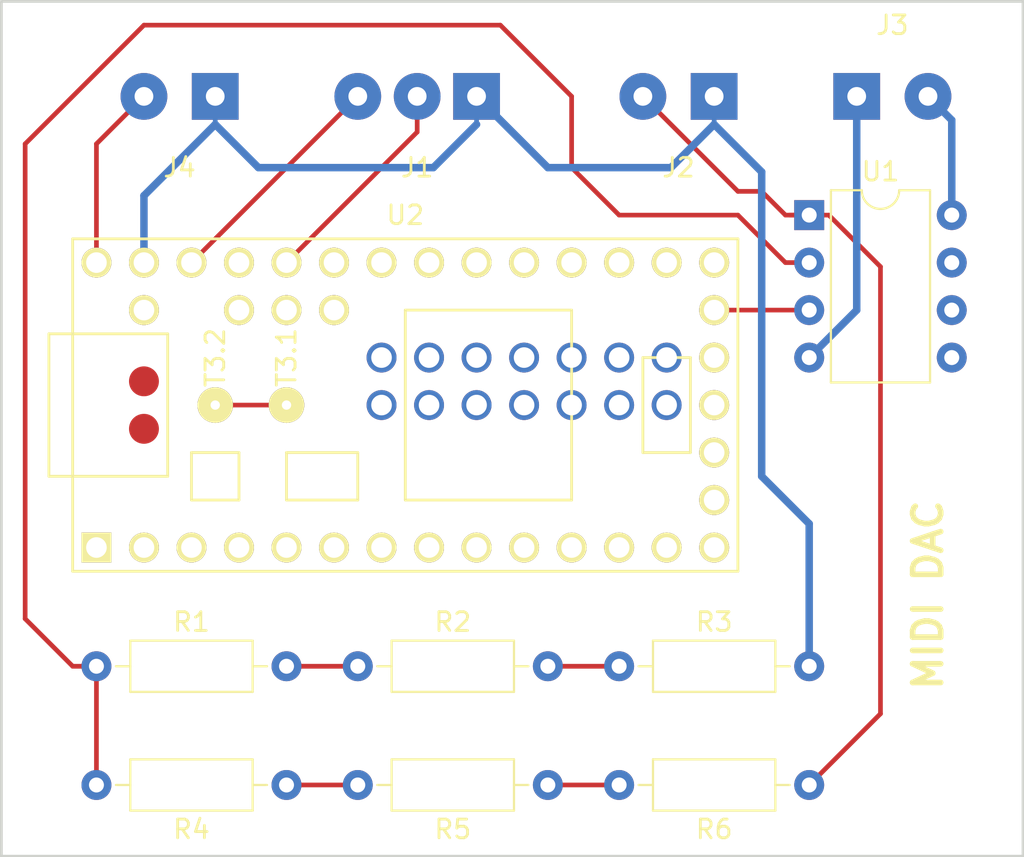
<source format=kicad_pcb>
(kicad_pcb (version 20171130) (host pcbnew 5.0.2-bee76a0~70~ubuntu18.04.1)

  (general
    (thickness 1.6)
    (drawings 5)
    (tracks 51)
    (zones 0)
    (modules 12)
    (nets 63)
  )

  (page A4)
  (layers
    (0 F.Cu signal)
    (31 B.Cu signal)
    (32 B.Adhes user)
    (33 F.Adhes user)
    (34 B.Paste user)
    (35 F.Paste user)
    (36 B.SilkS user)
    (37 F.SilkS user)
    (38 B.Mask user)
    (39 F.Mask user)
    (40 Dwgs.User user)
    (41 Cmts.User user)
    (42 Eco1.User user)
    (43 Eco2.User user)
    (44 Edge.Cuts user)
    (45 Margin user)
    (46 B.CrtYd user)
    (47 F.CrtYd user)
    (48 B.Fab user)
    (49 F.Fab user)
  )

  (setup
    (last_trace_width 0.25)
    (trace_clearance 0.2)
    (zone_clearance 0.508)
    (zone_45_only no)
    (trace_min 0.2)
    (segment_width 0.2)
    (edge_width 0.15)
    (via_size 0.8)
    (via_drill 0.4)
    (via_min_size 0.4)
    (via_min_drill 0.3)
    (uvia_size 0.3)
    (uvia_drill 0.1)
    (uvias_allowed no)
    (uvia_min_size 0.2)
    (uvia_min_drill 0.1)
    (pcb_text_width 0.3)
    (pcb_text_size 1.5 1.5)
    (mod_edge_width 0.15)
    (mod_text_size 1 1)
    (mod_text_width 0.15)
    (pad_size 1.524 1.524)
    (pad_drill 0.762)
    (pad_to_mask_clearance 0.051)
    (solder_mask_min_width 0.25)
    (aux_axis_origin 0 0)
    (visible_elements FFFFFF7F)
    (pcbplotparams
      (layerselection 0x010fc_ffffffff)
      (usegerberextensions true)
      (usegerberattributes false)
      (usegerberadvancedattributes false)
      (creategerberjobfile false)
      (excludeedgelayer true)
      (linewidth 0.100000)
      (plotframeref false)
      (viasonmask false)
      (mode 1)
      (useauxorigin false)
      (hpglpennumber 1)
      (hpglpenspeed 20)
      (hpglpendiameter 15.000000)
      (psnegative false)
      (psa4output false)
      (plotreference true)
      (plotvalue true)
      (plotinvisibletext false)
      (padsonsilk false)
      (subtractmaskfromsilk false)
      (outputformat 1)
      (mirror false)
      (drillshape 0)
      (scaleselection 1)
      (outputdirectory "../DacGerber/"))
  )

  (net 0 "")
  (net 1 GND)
  (net 2 GLIDE_IN)
  (net 3 "Net-(J2-Pad2)")
  (net 4 "Net-(J3-Pad2)")
  (net 5 "Net-(J3-Pad1)")
  (net 6 "Net-(J4-Pad2)")
  (net 7 "Net-(R1-Pad1)")
  (net 8 "Net-(R1-Pad2)")
  (net 9 "Net-(R2-Pad2)")
  (net 10 "Net-(R4-Pad1)")
  (net 11 "Net-(R5-Pad1)")
  (net 12 NOTE)
  (net 13 "Net-(U2-Pad17)")
  (net 14 "Net-(U2-Pad18)")
  (net 15 "Net-(U2-Pad20)")
  (net 16 "Net-(U2-Pad15)")
  (net 17 "Net-(U2-Pad14)")
  (net 18 "Net-(U2-Pad22)")
  (net 19 "Net-(U2-Pad23)")
  (net 20 "Net-(U2-Pad24)")
  (net 21 "Net-(U2-Pad25)")
  (net 22 "Net-(U2-Pad26)")
  (net 23 "Net-(U2-Pad27)")
  (net 24 "Net-(U2-Pad28)")
  (net 25 "Net-(U2-Pad30)")
  (net 26 "Net-(U2-Pad35)")
  (net 27 "Net-(U2-Pad36)")
  (net 28 "Net-(U2-Pad37)")
  (net 29 "Net-(U2-Pad13)")
  (net 30 "Net-(U2-Pad12)")
  (net 31 "Net-(U2-Pad11)")
  (net 32 "Net-(U2-Pad10)")
  (net 33 "Net-(U2-Pad9)")
  (net 34 "Net-(U2-Pad8)")
  (net 35 "Net-(U2-Pad7)")
  (net 36 "Net-(U2-Pad6)")
  (net 37 "Net-(U2-Pad5)")
  (net 38 "Net-(U2-Pad4)")
  (net 39 "Net-(U2-Pad3)")
  (net 40 "Net-(U2-Pad2)")
  (net 41 "Net-(U2-Pad1)")
  (net 42 "Net-(U2-Pad38)")
  (net 43 "Net-(U2-Pad39)")
  (net 44 "Net-(U2-Pad40)")
  (net 45 "Net-(U2-Pad41)")
  (net 46 "Net-(U2-Pad42)")
  (net 47 "Net-(U2-Pad43)")
  (net 48 "Net-(U2-Pad44)")
  (net 49 "Net-(U2-Pad45)")
  (net 50 "Net-(U2-Pad46)")
  (net 51 "Net-(U2-Pad47)")
  (net 52 "Net-(U2-Pad48)")
  (net 53 "Net-(U2-Pad49)")
  (net 54 "Net-(U2-Pad50)")
  (net 55 "Net-(U2-Pad51)")
  (net 56 "Net-(U2-Pad52)")
  (net 57 "Net-(U2-Pad16)")
  (net 58 3.3V)
  (net 59 "Net-(U2-Pad21)")
  (net 60 "Net-(U2-Pad53)")
  (net 61 "Net-(U2-Pad54)")
  (net 62 "Net-(U2-Pad34)")

  (net_class Default "This is the default net class."
    (clearance 0.2)
    (trace_width 0.25)
    (via_dia 0.8)
    (via_drill 0.4)
    (uvia_dia 0.3)
    (uvia_drill 0.1)
    (add_net 3.3V)
    (add_net GLIDE_IN)
    (add_net GND)
    (add_net NOTE)
    (add_net "Net-(J2-Pad2)")
    (add_net "Net-(J3-Pad1)")
    (add_net "Net-(J3-Pad2)")
    (add_net "Net-(J4-Pad2)")
    (add_net "Net-(R1-Pad1)")
    (add_net "Net-(R1-Pad2)")
    (add_net "Net-(R2-Pad2)")
    (add_net "Net-(R4-Pad1)")
    (add_net "Net-(R5-Pad1)")
    (add_net "Net-(U2-Pad1)")
    (add_net "Net-(U2-Pad10)")
    (add_net "Net-(U2-Pad11)")
    (add_net "Net-(U2-Pad12)")
    (add_net "Net-(U2-Pad13)")
    (add_net "Net-(U2-Pad14)")
    (add_net "Net-(U2-Pad15)")
    (add_net "Net-(U2-Pad16)")
    (add_net "Net-(U2-Pad17)")
    (add_net "Net-(U2-Pad18)")
    (add_net "Net-(U2-Pad2)")
    (add_net "Net-(U2-Pad20)")
    (add_net "Net-(U2-Pad21)")
    (add_net "Net-(U2-Pad22)")
    (add_net "Net-(U2-Pad23)")
    (add_net "Net-(U2-Pad24)")
    (add_net "Net-(U2-Pad25)")
    (add_net "Net-(U2-Pad26)")
    (add_net "Net-(U2-Pad27)")
    (add_net "Net-(U2-Pad28)")
    (add_net "Net-(U2-Pad3)")
    (add_net "Net-(U2-Pad30)")
    (add_net "Net-(U2-Pad34)")
    (add_net "Net-(U2-Pad35)")
    (add_net "Net-(U2-Pad36)")
    (add_net "Net-(U2-Pad37)")
    (add_net "Net-(U2-Pad38)")
    (add_net "Net-(U2-Pad39)")
    (add_net "Net-(U2-Pad4)")
    (add_net "Net-(U2-Pad40)")
    (add_net "Net-(U2-Pad41)")
    (add_net "Net-(U2-Pad42)")
    (add_net "Net-(U2-Pad43)")
    (add_net "Net-(U2-Pad44)")
    (add_net "Net-(U2-Pad45)")
    (add_net "Net-(U2-Pad46)")
    (add_net "Net-(U2-Pad47)")
    (add_net "Net-(U2-Pad48)")
    (add_net "Net-(U2-Pad49)")
    (add_net "Net-(U2-Pad5)")
    (add_net "Net-(U2-Pad50)")
    (add_net "Net-(U2-Pad51)")
    (add_net "Net-(U2-Pad52)")
    (add_net "Net-(U2-Pad53)")
    (add_net "Net-(U2-Pad54)")
    (add_net "Net-(U2-Pad6)")
    (add_net "Net-(U2-Pad7)")
    (add_net "Net-(U2-Pad8)")
    (add_net "Net-(U2-Pad9)")
  )

  (module teensy:Teensy30_31_32_LC_Rev (layer F.Cu) (tedit 5C9256A4) (tstamp 5C92650F)
    (at 33.02 35.56)
    (path /5C925DA5)
    (fp_text reference U2 (at 0 -10.16) (layer F.SilkS)
      (effects (font (size 1 1) (thickness 0.15)))
    )
    (fp_text value Teensy3.2 (at 0 10.16) (layer F.Fab)
      (effects (font (size 1 1) (thickness 0.15)))
    )
    (fp_text user T3.2 (at -10.16 -2.54 90) (layer F.SilkS)
      (effects (font (size 1 1) (thickness 0.15)))
    )
    (fp_text user T3.1 (at -6.35 -2.54 90) (layer F.SilkS)
      (effects (font (size 1 1) (thickness 0.15)))
    )
    (fp_line (start -17.78 3.81) (end -19.05 3.81) (layer F.SilkS) (width 0.15))
    (fp_line (start -19.05 3.81) (end -19.05 -3.81) (layer F.SilkS) (width 0.15))
    (fp_line (start -19.05 -3.81) (end -17.78 -3.81) (layer F.SilkS) (width 0.15))
    (fp_line (start -6.35 5.08) (end -2.54 5.08) (layer F.SilkS) (width 0.15))
    (fp_line (start -2.54 5.08) (end -2.54 2.54) (layer F.SilkS) (width 0.15))
    (fp_line (start -2.54 2.54) (end -6.35 2.54) (layer F.SilkS) (width 0.15))
    (fp_line (start -6.35 2.54) (end -6.35 5.08) (layer F.SilkS) (width 0.15))
    (fp_line (start -12.7 3.81) (end -12.7 -3.81) (layer F.SilkS) (width 0.15))
    (fp_line (start -12.7 -3.81) (end -17.78 -3.81) (layer F.SilkS) (width 0.15))
    (fp_line (start -12.7 3.81) (end -17.78 3.81) (layer F.SilkS) (width 0.15))
    (fp_line (start -11.43 5.08) (end -8.89 5.08) (layer F.SilkS) (width 0.15))
    (fp_line (start -8.89 5.08) (end -8.89 2.54) (layer F.SilkS) (width 0.15))
    (fp_line (start -8.89 2.54) (end -11.43 2.54) (layer F.SilkS) (width 0.15))
    (fp_line (start -11.43 2.54) (end -11.43 5.08) (layer F.SilkS) (width 0.15))
    (fp_line (start 15.24 -2.54) (end 15.24 2.54) (layer F.SilkS) (width 0.15))
    (fp_line (start 15.24 2.54) (end 12.7 2.54) (layer F.SilkS) (width 0.15))
    (fp_line (start 12.7 2.54) (end 12.7 -2.54) (layer F.SilkS) (width 0.15))
    (fp_line (start 12.7 -2.54) (end 15.24 -2.54) (layer F.SilkS) (width 0.15))
    (fp_line (start 8.89 5.08) (end 8.89 -5.08) (layer F.SilkS) (width 0.15))
    (fp_line (start 0 -5.08) (end 0 5.08) (layer F.SilkS) (width 0.15))
    (fp_line (start 8.89 -5.08) (end 0 -5.08) (layer F.SilkS) (width 0.15))
    (fp_line (start 8.89 5.08) (end 0 5.08) (layer F.SilkS) (width 0.15))
    (fp_line (start -17.78 -8.89) (end 17.78 -8.89) (layer F.SilkS) (width 0.15))
    (fp_line (start 17.78 -8.89) (end 17.78 8.89) (layer F.SilkS) (width 0.15))
    (fp_line (start 17.78 8.89) (end -17.78 8.89) (layer F.SilkS) (width 0.15))
    (fp_line (start -17.78 8.89) (end -17.78 -8.89) (layer F.SilkS) (width 0.15))
    (pad 17 thru_hole circle (at 16.51 0) (size 1.6 1.6) (drill 1.1) (layers *.Cu *.Mask F.SilkS)
      (net 13 "Net-(U2-Pad17)"))
    (pad 18 thru_hole circle (at 16.51 -2.54) (size 1.6 1.6) (drill 1.1) (layers *.Cu *.Mask F.SilkS)
      (net 14 "Net-(U2-Pad18)"))
    (pad 19 thru_hole circle (at 16.51 -5.08) (size 1.6 1.6) (drill 1.1) (layers *.Cu *.Mask F.SilkS)
      (net 12 NOTE))
    (pad 20 thru_hole circle (at 16.51 -7.62) (size 1.6 1.6) (drill 1.1) (layers *.Cu *.Mask F.SilkS)
      (net 15 "Net-(U2-Pad20)"))
    (pad 16 thru_hole circle (at 16.51 2.54) (size 1.6 1.6) (drill 1.1) (layers *.Cu *.Mask F.SilkS)
      (net 57 "Net-(U2-Pad16)"))
    (pad 15 thru_hole circle (at 16.51 5.08) (size 1.6 1.6) (drill 1.1) (layers *.Cu *.Mask F.SilkS)
      (net 16 "Net-(U2-Pad15)"))
    (pad 14 thru_hole circle (at 16.51 7.62) (size 1.6 1.6) (drill 1.1) (layers *.Cu *.Mask F.SilkS)
      (net 17 "Net-(U2-Pad14)"))
    (pad 21 thru_hole circle (at 13.97 -7.62) (size 1.6 1.6) (drill 1.1) (layers *.Cu *.Mask F.SilkS)
      (net 59 "Net-(U2-Pad21)"))
    (pad 22 thru_hole circle (at 11.43 -7.62) (size 1.6 1.6) (drill 1.1) (layers *.Cu *.Mask F.SilkS)
      (net 18 "Net-(U2-Pad22)"))
    (pad 23 thru_hole circle (at 8.89 -7.62) (size 1.6 1.6) (drill 1.1) (layers *.Cu *.Mask F.SilkS)
      (net 19 "Net-(U2-Pad23)"))
    (pad 24 thru_hole circle (at 6.35 -7.62) (size 1.6 1.6) (drill 1.1) (layers *.Cu *.Mask F.SilkS)
      (net 20 "Net-(U2-Pad24)"))
    (pad 25 thru_hole circle (at 3.81 -7.62) (size 1.6 1.6) (drill 1.1) (layers *.Cu *.Mask F.SilkS)
      (net 21 "Net-(U2-Pad25)"))
    (pad 26 thru_hole circle (at 1.27 -7.62) (size 1.6 1.6) (drill 1.1) (layers *.Cu *.Mask F.SilkS)
      (net 22 "Net-(U2-Pad26)"))
    (pad 27 thru_hole circle (at -1.27 -7.62) (size 1.6 1.6) (drill 1.1) (layers *.Cu *.Mask F.SilkS)
      (net 23 "Net-(U2-Pad27)"))
    (pad 28 thru_hole circle (at -3.81 -7.62) (size 1.6 1.6) (drill 1.1) (layers *.Cu *.Mask F.SilkS)
      (net 24 "Net-(U2-Pad28)"))
    (pad 29 thru_hole circle (at -6.35 -7.62) (size 1.6 1.6) (drill 1.1) (layers *.Cu *.Mask F.SilkS)
      (net 2 GLIDE_IN))
    (pad 30 thru_hole circle (at -8.89 -7.62) (size 1.6 1.6) (drill 1.1) (layers *.Cu *.Mask F.SilkS)
      (net 25 "Net-(U2-Pad30)"))
    (pad 31 thru_hole circle (at -11.43 -7.62) (size 1.6 1.6) (drill 1.1) (layers *.Cu *.Mask F.SilkS)
      (net 58 3.3V))
    (pad 32 thru_hole circle (at -13.97 -7.62) (size 1.6 1.6) (drill 1.1) (layers *.Cu *.Mask F.SilkS)
      (net 1 GND))
    (pad 33 thru_hole circle (at -16.51 -7.62) (size 1.6 1.6) (drill 1.1) (layers *.Cu *.Mask F.SilkS)
      (net 6 "Net-(J4-Pad2)"))
    (pad 34 thru_hole circle (at -13.97 -5.08) (size 1.6 1.6) (drill 1.1) (layers *.Cu *.Mask F.SilkS)
      (net 62 "Net-(U2-Pad34)"))
    (pad 35 thru_hole circle (at -8.89 -5.08) (size 1.6 1.6) (drill 1.1) (layers *.Cu *.Mask F.SilkS)
      (net 26 "Net-(U2-Pad35)"))
    (pad 36 thru_hole circle (at -6.35 -5.08) (size 1.6 1.6) (drill 1.1) (layers *.Cu *.Mask F.SilkS)
      (net 27 "Net-(U2-Pad36)"))
    (pad 37 thru_hole circle (at -3.81 -5.08) (size 1.6 1.6) (drill 1.1) (layers *.Cu *.Mask F.SilkS)
      (net 28 "Net-(U2-Pad37)"))
    (pad 13 thru_hole circle (at 13.97 7.62) (size 1.6 1.6) (drill 1.1) (layers *.Cu *.Mask F.SilkS)
      (net 29 "Net-(U2-Pad13)"))
    (pad 12 thru_hole circle (at 11.43 7.62) (size 1.6 1.6) (drill 1.1) (layers *.Cu *.Mask F.SilkS)
      (net 30 "Net-(U2-Pad12)"))
    (pad 11 thru_hole circle (at 8.89 7.62) (size 1.6 1.6) (drill 1.1) (layers *.Cu *.Mask F.SilkS)
      (net 31 "Net-(U2-Pad11)"))
    (pad 10 thru_hole circle (at 6.35 7.62) (size 1.6 1.6) (drill 1.1) (layers *.Cu *.Mask F.SilkS)
      (net 32 "Net-(U2-Pad10)"))
    (pad 9 thru_hole circle (at 3.81 7.62) (size 1.6 1.6) (drill 1.1) (layers *.Cu *.Mask F.SilkS)
      (net 33 "Net-(U2-Pad9)"))
    (pad 8 thru_hole circle (at 1.27 7.62) (size 1.6 1.6) (drill 1.1) (layers *.Cu *.Mask F.SilkS)
      (net 34 "Net-(U2-Pad8)"))
    (pad 7 thru_hole circle (at -1.27 7.62) (size 1.6 1.6) (drill 1.1) (layers *.Cu *.Mask F.SilkS)
      (net 35 "Net-(U2-Pad7)"))
    (pad 6 thru_hole circle (at -3.81 7.62) (size 1.6 1.6) (drill 1.1) (layers *.Cu *.Mask F.SilkS)
      (net 36 "Net-(U2-Pad6)"))
    (pad 5 thru_hole circle (at -6.35 7.62) (size 1.6 1.6) (drill 1.1) (layers *.Cu *.Mask F.SilkS)
      (net 37 "Net-(U2-Pad5)"))
    (pad 4 thru_hole circle (at -8.89 7.62) (size 1.6 1.6) (drill 1.1) (layers *.Cu *.Mask F.SilkS)
      (net 38 "Net-(U2-Pad4)"))
    (pad 3 thru_hole circle (at -11.43 7.62) (size 1.6 1.6) (drill 1.1) (layers *.Cu *.Mask F.SilkS)
      (net 39 "Net-(U2-Pad3)"))
    (pad 2 thru_hole circle (at -13.97 7.62) (size 1.6 1.6) (drill 1.1) (layers *.Cu *.Mask F.SilkS)
      (net 40 "Net-(U2-Pad2)"))
    (pad 1 thru_hole rect (at -16.51 7.62) (size 1.6 1.6) (drill 1.1) (layers *.Cu *.Mask F.SilkS)
      (net 41 "Net-(U2-Pad1)"))
    (pad 38 thru_hole circle (at -1.27 0) (size 1.6 1.6) (drill 1.1) (layers *.Cu *.Mask)
      (net 42 "Net-(U2-Pad38)"))
    (pad 39 thru_hole circle (at 1.27 0) (size 1.6 1.6) (drill 1.1) (layers *.Cu *.Mask)
      (net 43 "Net-(U2-Pad39)"))
    (pad 40 thru_hole circle (at 3.81 0) (size 1.6 1.6) (drill 1.1) (layers *.Cu *.Mask)
      (net 44 "Net-(U2-Pad40)"))
    (pad 41 thru_hole circle (at 6.35 0) (size 1.6 1.6) (drill 1.1) (layers *.Cu *.Mask)
      (net 45 "Net-(U2-Pad41)"))
    (pad 42 thru_hole circle (at 8.89 0) (size 1.6 1.6) (drill 1.1) (layers *.Cu *.Mask)
      (net 46 "Net-(U2-Pad42)"))
    (pad 43 thru_hole circle (at 11.43 0) (size 1.6 1.6) (drill 1.1) (layers *.Cu *.Mask)
      (net 47 "Net-(U2-Pad43)"))
    (pad 44 thru_hole circle (at 13.97 0) (size 1.6 1.6) (drill 1.1) (layers *.Cu *.Mask)
      (net 48 "Net-(U2-Pad44)"))
    (pad 45 thru_hole circle (at 13.97 -2.54) (size 1.6 1.6) (drill 1.1) (layers *.Cu *.Mask)
      (net 49 "Net-(U2-Pad45)"))
    (pad 46 thru_hole circle (at 11.43 -2.54) (size 1.6 1.6) (drill 1.1) (layers *.Cu *.Mask)
      (net 50 "Net-(U2-Pad46)"))
    (pad 47 thru_hole circle (at 8.89 -2.54) (size 1.6 1.6) (drill 1.1) (layers *.Cu *.Mask)
      (net 51 "Net-(U2-Pad47)"))
    (pad 48 thru_hole circle (at 6.35 -2.54) (size 1.6 1.6) (drill 1.1) (layers *.Cu *.Mask)
      (net 52 "Net-(U2-Pad48)"))
    (pad 49 thru_hole circle (at 3.81 -2.54) (size 1.6 1.6) (drill 1.1) (layers *.Cu *.Mask)
      (net 53 "Net-(U2-Pad49)"))
    (pad 50 thru_hole circle (at 1.27 -2.54) (size 1.6 1.6) (drill 1.1) (layers *.Cu *.Mask)
      (net 54 "Net-(U2-Pad50)"))
    (pad 51 thru_hole circle (at -1.27 -2.54) (size 1.6 1.6) (drill 1.1) (layers *.Cu *.Mask)
      (net 55 "Net-(U2-Pad51)"))
    (pad 52 thru_hole circle (at -6.35 0) (size 1.9 1.9) (drill 0.5) (layers *.Cu *.Mask F.SilkS)
      (net 56 "Net-(U2-Pad52)"))
    (pad 52 thru_hole circle (at -10.16 0) (size 1.9 1.9) (drill 0.5) (layers *.Cu *.Mask F.SilkS)
      (net 56 "Net-(U2-Pad52)"))
    (pad 53 smd circle (at -13.97 -1.27) (size 1.6 1.6) (layers F.Cu F.Paste F.Mask)
      (net 60 "Net-(U2-Pad53)"))
    (pad 54 smd circle (at -13.97 1.27) (size 1.6 1.6) (layers F.Cu F.Paste F.Mask)
      (net 61 "Net-(U2-Pad54)"))
  )

  (module Resistor_THT:R_Axial_DIN0207_L6.3mm_D2.5mm_P10.16mm_Horizontal (layer F.Cu) (tedit 5AE5139B) (tstamp 5C92C5E6)
    (at 16.51 49.53)
    (descr "Resistor, Axial_DIN0207 series, Axial, Horizontal, pin pitch=10.16mm, 0.25W = 1/4W, length*diameter=6.3*2.5mm^2, http://cdn-reichelt.de/documents/datenblatt/B400/1_4W%23YAG.pdf")
    (tags "Resistor Axial_DIN0207 series Axial Horizontal pin pitch 10.16mm 0.25W = 1/4W length 6.3mm diameter 2.5mm")
    (path /5C925F9C)
    (fp_text reference R1 (at 5.08 -2.37) (layer F.SilkS)
      (effects (font (size 1 1) (thickness 0.15)))
    )
    (fp_text value 100 (at 5.08 2.37) (layer F.Fab)
      (effects (font (size 1 1) (thickness 0.15)))
    )
    (fp_line (start 1.93 -1.25) (end 1.93 1.25) (layer F.Fab) (width 0.1))
    (fp_line (start 1.93 1.25) (end 8.23 1.25) (layer F.Fab) (width 0.1))
    (fp_line (start 8.23 1.25) (end 8.23 -1.25) (layer F.Fab) (width 0.1))
    (fp_line (start 8.23 -1.25) (end 1.93 -1.25) (layer F.Fab) (width 0.1))
    (fp_line (start 0 0) (end 1.93 0) (layer F.Fab) (width 0.1))
    (fp_line (start 10.16 0) (end 8.23 0) (layer F.Fab) (width 0.1))
    (fp_line (start 1.81 -1.37) (end 1.81 1.37) (layer F.SilkS) (width 0.12))
    (fp_line (start 1.81 1.37) (end 8.35 1.37) (layer F.SilkS) (width 0.12))
    (fp_line (start 8.35 1.37) (end 8.35 -1.37) (layer F.SilkS) (width 0.12))
    (fp_line (start 8.35 -1.37) (end 1.81 -1.37) (layer F.SilkS) (width 0.12))
    (fp_line (start 1.04 0) (end 1.81 0) (layer F.SilkS) (width 0.12))
    (fp_line (start 9.12 0) (end 8.35 0) (layer F.SilkS) (width 0.12))
    (fp_line (start -1.05 -1.5) (end -1.05 1.5) (layer F.CrtYd) (width 0.05))
    (fp_line (start -1.05 1.5) (end 11.21 1.5) (layer F.CrtYd) (width 0.05))
    (fp_line (start 11.21 1.5) (end 11.21 -1.5) (layer F.CrtYd) (width 0.05))
    (fp_line (start 11.21 -1.5) (end -1.05 -1.5) (layer F.CrtYd) (width 0.05))
    (fp_text user %R (at 5.08 0) (layer F.Fab)
      (effects (font (size 1 1) (thickness 0.15)))
    )
    (pad 1 thru_hole circle (at 0 0) (size 1.6 1.6) (drill 0.8) (layers *.Cu *.Mask)
      (net 7 "Net-(R1-Pad1)"))
    (pad 2 thru_hole oval (at 10.16 0) (size 1.6 1.6) (drill 0.8) (layers *.Cu *.Mask)
      (net 8 "Net-(R1-Pad2)"))
    (model ${KISYS3DMOD}/Resistor_THT.3dshapes/R_Axial_DIN0207_L6.3mm_D2.5mm_P10.16mm_Horizontal.wrl
      (at (xyz 0 0 0))
      (scale (xyz 1 1 1))
      (rotate (xyz 0 0 0))
    )
  )

  (module Connector_Wire:SolderWirePad_1x03_P3.175mm_Drill1mm (layer F.Cu) (tedit 5AEE5F67) (tstamp 5C92C5AE)
    (at 36.83 19.05 180)
    (descr "Wire solder connection")
    (tags connector)
    (path /5C92899F)
    (attr virtual)
    (fp_text reference J1 (at 3.175 -3.81 180) (layer F.SilkS)
      (effects (font (size 1 1) (thickness 0.15)))
    )
    (fp_text value GLIDE_POT (at 3.175 3.175 180) (layer F.Fab)
      (effects (font (size 1 1) (thickness 0.15)))
    )
    (fp_text user %R (at 3.175 0 180) (layer F.Fab)
      (effects (font (size 1 1) (thickness 0.15)))
    )
    (fp_line (start -1.74 -1.75) (end 8.1 -1.75) (layer F.CrtYd) (width 0.05))
    (fp_line (start -1.74 -1.75) (end -1.74 1.75) (layer F.CrtYd) (width 0.05))
    (fp_line (start 8.1 1.75) (end 8.1 -1.75) (layer F.CrtYd) (width 0.05))
    (fp_line (start 8.1 1.75) (end -1.74 1.75) (layer F.CrtYd) (width 0.05))
    (pad 1 thru_hole rect (at 0 0 180) (size 2.49936 2.49936) (drill 1.00076) (layers *.Cu *.Mask)
      (net 1 GND))
    (pad 2 thru_hole circle (at 3.175 0 180) (size 2.49936 2.49936) (drill 1.00076) (layers *.Cu *.Mask)
      (net 2 GLIDE_IN))
    (pad 3 thru_hole circle (at 6.35 0 180) (size 2.49936 2.49936) (drill 1.00076) (layers *.Cu *.Mask)
      (net 58 3.3V))
  )

  (module Connector_Wire:SolderWirePad_1x02_P3.81mm_Drill1mm (layer F.Cu) (tedit 5AEE5F04) (tstamp 5C92C5B9)
    (at 49.53 19.05 180)
    (descr "Wire solder connection")
    (tags connector)
    (path /5C925E6E)
    (attr virtual)
    (fp_text reference J2 (at 1.905 -3.81 180) (layer F.SilkS)
      (effects (font (size 1 1) (thickness 0.15)))
    )
    (fp_text value DAC_OUT (at 1.905 3.81 180) (layer F.Fab)
      (effects (font (size 1 1) (thickness 0.15)))
    )
    (fp_text user %R (at 1.905 0 180) (layer F.Fab)
      (effects (font (size 1 1) (thickness 0.15)))
    )
    (fp_line (start -1.74 -1.75) (end 5.56 -1.75) (layer F.CrtYd) (width 0.05))
    (fp_line (start -1.74 -1.75) (end -1.74 1.75) (layer F.CrtYd) (width 0.05))
    (fp_line (start 5.56 1.75) (end 5.56 -1.75) (layer F.CrtYd) (width 0.05))
    (fp_line (start 5.56 1.75) (end -1.74 1.75) (layer F.CrtYd) (width 0.05))
    (pad 1 thru_hole rect (at 0 0 180) (size 2.49936 2.49936) (drill 1.00076) (layers *.Cu *.Mask)
      (net 1 GND))
    (pad 2 thru_hole circle (at 3.81 0 180) (size 2.49936 2.49936) (drill 1.00076) (layers *.Cu *.Mask)
      (net 3 "Net-(J2-Pad2)"))
  )

  (module Connector_Wire:SolderWirePad_1x02_P3.81mm_Drill1mm (layer F.Cu) (tedit 5AEE5F04) (tstamp 5C92C5C4)
    (at 57.15 19.05)
    (descr "Wire solder connection")
    (tags connector)
    (path /5C927C5F)
    (attr virtual)
    (fp_text reference J3 (at 1.905 -3.81) (layer F.SilkS)
      (effects (font (size 1 1) (thickness 0.15)))
    )
    (fp_text value 9V_IN (at 1.905 3.81) (layer F.Fab)
      (effects (font (size 1 1) (thickness 0.15)))
    )
    (fp_line (start 5.56 1.75) (end -1.74 1.75) (layer F.CrtYd) (width 0.05))
    (fp_line (start 5.56 1.75) (end 5.56 -1.75) (layer F.CrtYd) (width 0.05))
    (fp_line (start -1.74 -1.75) (end -1.74 1.75) (layer F.CrtYd) (width 0.05))
    (fp_line (start -1.74 -1.75) (end 5.56 -1.75) (layer F.CrtYd) (width 0.05))
    (fp_text user %R (at 1.905 0 90) (layer F.Fab)
      (effects (font (size 1 1) (thickness 0.15)))
    )
    (pad 2 thru_hole circle (at 3.81 0) (size 2.49936 2.49936) (drill 1.00076) (layers *.Cu *.Mask)
      (net 4 "Net-(J3-Pad2)"))
    (pad 1 thru_hole rect (at 0 0) (size 2.49936 2.49936) (drill 1.00076) (layers *.Cu *.Mask)
      (net 5 "Net-(J3-Pad1)"))
  )

  (module Connector_Wire:SolderWirePad_1x02_P3.81mm_Drill1mm (layer F.Cu) (tedit 5AEE5F04) (tstamp 5C92C5CF)
    (at 22.86 19.05 180)
    (descr "Wire solder connection")
    (tags connector)
    (path /5C929170)
    (attr virtual)
    (fp_text reference J4 (at 1.905 -3.81 180) (layer F.SilkS)
      (effects (font (size 1 1) (thickness 0.15)))
    )
    (fp_text value 5V_IN (at 1.905 3.81 180) (layer F.Fab)
      (effects (font (size 1 1) (thickness 0.15)))
    )
    (fp_text user %R (at 1.905 0 180) (layer F.Fab)
      (effects (font (size 1 1) (thickness 0.15)))
    )
    (fp_line (start -1.74 -1.75) (end 5.56 -1.75) (layer F.CrtYd) (width 0.05))
    (fp_line (start -1.74 -1.75) (end -1.74 1.75) (layer F.CrtYd) (width 0.05))
    (fp_line (start 5.56 1.75) (end 5.56 -1.75) (layer F.CrtYd) (width 0.05))
    (fp_line (start 5.56 1.75) (end -1.74 1.75) (layer F.CrtYd) (width 0.05))
    (pad 1 thru_hole rect (at 0 0 180) (size 2.49936 2.49936) (drill 1.00076) (layers *.Cu *.Mask)
      (net 1 GND))
    (pad 2 thru_hole circle (at 3.81 0 180) (size 2.49936 2.49936) (drill 1.00076) (layers *.Cu *.Mask)
      (net 6 "Net-(J4-Pad2)"))
  )

  (module Resistor_THT:R_Axial_DIN0207_L6.3mm_D2.5mm_P10.16mm_Horizontal (layer F.Cu) (tedit 5AE5139B) (tstamp 5C92C5FD)
    (at 30.48 49.53)
    (descr "Resistor, Axial_DIN0207 series, Axial, Horizontal, pin pitch=10.16mm, 0.25W = 1/4W, length*diameter=6.3*2.5mm^2, http://cdn-reichelt.de/documents/datenblatt/B400/1_4W%23YAG.pdf")
    (tags "Resistor Axial_DIN0207 series Axial Horizontal pin pitch 10.16mm 0.25W = 1/4W length 6.3mm diameter 2.5mm")
    (path /5C9299A2)
    (fp_text reference R2 (at 5.08 -2.37) (layer F.SilkS)
      (effects (font (size 1 1) (thickness 0.15)))
    )
    (fp_text value 9.1k (at 5.08 2.37) (layer F.Fab)
      (effects (font (size 1 1) (thickness 0.15)))
    )
    (fp_text user %R (at 5.08 0) (layer F.Fab)
      (effects (font (size 1 1) (thickness 0.15)))
    )
    (fp_line (start 11.21 -1.5) (end -1.05 -1.5) (layer F.CrtYd) (width 0.05))
    (fp_line (start 11.21 1.5) (end 11.21 -1.5) (layer F.CrtYd) (width 0.05))
    (fp_line (start -1.05 1.5) (end 11.21 1.5) (layer F.CrtYd) (width 0.05))
    (fp_line (start -1.05 -1.5) (end -1.05 1.5) (layer F.CrtYd) (width 0.05))
    (fp_line (start 9.12 0) (end 8.35 0) (layer F.SilkS) (width 0.12))
    (fp_line (start 1.04 0) (end 1.81 0) (layer F.SilkS) (width 0.12))
    (fp_line (start 8.35 -1.37) (end 1.81 -1.37) (layer F.SilkS) (width 0.12))
    (fp_line (start 8.35 1.37) (end 8.35 -1.37) (layer F.SilkS) (width 0.12))
    (fp_line (start 1.81 1.37) (end 8.35 1.37) (layer F.SilkS) (width 0.12))
    (fp_line (start 1.81 -1.37) (end 1.81 1.37) (layer F.SilkS) (width 0.12))
    (fp_line (start 10.16 0) (end 8.23 0) (layer F.Fab) (width 0.1))
    (fp_line (start 0 0) (end 1.93 0) (layer F.Fab) (width 0.1))
    (fp_line (start 8.23 -1.25) (end 1.93 -1.25) (layer F.Fab) (width 0.1))
    (fp_line (start 8.23 1.25) (end 8.23 -1.25) (layer F.Fab) (width 0.1))
    (fp_line (start 1.93 1.25) (end 8.23 1.25) (layer F.Fab) (width 0.1))
    (fp_line (start 1.93 -1.25) (end 1.93 1.25) (layer F.Fab) (width 0.1))
    (pad 2 thru_hole oval (at 10.16 0) (size 1.6 1.6) (drill 0.8) (layers *.Cu *.Mask)
      (net 9 "Net-(R2-Pad2)"))
    (pad 1 thru_hole circle (at 0 0) (size 1.6 1.6) (drill 0.8) (layers *.Cu *.Mask)
      (net 8 "Net-(R1-Pad2)"))
    (model ${KISYS3DMOD}/Resistor_THT.3dshapes/R_Axial_DIN0207_L6.3mm_D2.5mm_P10.16mm_Horizontal.wrl
      (at (xyz 0 0 0))
      (scale (xyz 1 1 1))
      (rotate (xyz 0 0 0))
    )
  )

  (module Resistor_THT:R_Axial_DIN0207_L6.3mm_D2.5mm_P10.16mm_Horizontal (layer F.Cu) (tedit 5AE5139B) (tstamp 5C92C614)
    (at 44.45 49.53)
    (descr "Resistor, Axial_DIN0207 series, Axial, Horizontal, pin pitch=10.16mm, 0.25W = 1/4W, length*diameter=6.3*2.5mm^2, http://cdn-reichelt.de/documents/datenblatt/B400/1_4W%23YAG.pdf")
    (tags "Resistor Axial_DIN0207 series Axial Horizontal pin pitch 10.16mm 0.25W = 1/4W length 6.3mm diameter 2.5mm")
    (path /5C929C6D)
    (fp_text reference R3 (at 5.08 -2.37) (layer F.SilkS)
      (effects (font (size 1 1) (thickness 0.15)))
    )
    (fp_text value 910 (at 5.08 2.37) (layer F.Fab)
      (effects (font (size 1 1) (thickness 0.15)))
    )
    (fp_line (start 1.93 -1.25) (end 1.93 1.25) (layer F.Fab) (width 0.1))
    (fp_line (start 1.93 1.25) (end 8.23 1.25) (layer F.Fab) (width 0.1))
    (fp_line (start 8.23 1.25) (end 8.23 -1.25) (layer F.Fab) (width 0.1))
    (fp_line (start 8.23 -1.25) (end 1.93 -1.25) (layer F.Fab) (width 0.1))
    (fp_line (start 0 0) (end 1.93 0) (layer F.Fab) (width 0.1))
    (fp_line (start 10.16 0) (end 8.23 0) (layer F.Fab) (width 0.1))
    (fp_line (start 1.81 -1.37) (end 1.81 1.37) (layer F.SilkS) (width 0.12))
    (fp_line (start 1.81 1.37) (end 8.35 1.37) (layer F.SilkS) (width 0.12))
    (fp_line (start 8.35 1.37) (end 8.35 -1.37) (layer F.SilkS) (width 0.12))
    (fp_line (start 8.35 -1.37) (end 1.81 -1.37) (layer F.SilkS) (width 0.12))
    (fp_line (start 1.04 0) (end 1.81 0) (layer F.SilkS) (width 0.12))
    (fp_line (start 9.12 0) (end 8.35 0) (layer F.SilkS) (width 0.12))
    (fp_line (start -1.05 -1.5) (end -1.05 1.5) (layer F.CrtYd) (width 0.05))
    (fp_line (start -1.05 1.5) (end 11.21 1.5) (layer F.CrtYd) (width 0.05))
    (fp_line (start 11.21 1.5) (end 11.21 -1.5) (layer F.CrtYd) (width 0.05))
    (fp_line (start 11.21 -1.5) (end -1.05 -1.5) (layer F.CrtYd) (width 0.05))
    (fp_text user %R (at 5.08 0) (layer F.Fab)
      (effects (font (size 1 1) (thickness 0.15)))
    )
    (pad 1 thru_hole circle (at 0 0) (size 1.6 1.6) (drill 0.8) (layers *.Cu *.Mask)
      (net 9 "Net-(R2-Pad2)"))
    (pad 2 thru_hole oval (at 10.16 0) (size 1.6 1.6) (drill 0.8) (layers *.Cu *.Mask)
      (net 1 GND))
    (model ${KISYS3DMOD}/Resistor_THT.3dshapes/R_Axial_DIN0207_L6.3mm_D2.5mm_P10.16mm_Horizontal.wrl
      (at (xyz 0 0 0))
      (scale (xyz 1 1 1))
      (rotate (xyz 0 0 0))
    )
  )

  (module Resistor_THT:R_Axial_DIN0207_L6.3mm_D2.5mm_P10.16mm_Horizontal (layer F.Cu) (tedit 5AE5139B) (tstamp 5C92C62B)
    (at 26.67 55.88 180)
    (descr "Resistor, Axial_DIN0207 series, Axial, Horizontal, pin pitch=10.16mm, 0.25W = 1/4W, length*diameter=6.3*2.5mm^2, http://cdn-reichelt.de/documents/datenblatt/B400/1_4W%23YAG.pdf")
    (tags "Resistor Axial_DIN0207 series Axial Horizontal pin pitch 10.16mm 0.25W = 1/4W length 6.3mm diameter 2.5mm")
    (path /5C927ED3)
    (fp_text reference R4 (at 5.08 -2.37 180) (layer F.SilkS)
      (effects (font (size 1 1) (thickness 0.15)))
    )
    (fp_text value 130 (at 5.08 2.37 180) (layer F.Fab)
      (effects (font (size 1 1) (thickness 0.15)))
    )
    (fp_text user %R (at 5.08 0 180) (layer F.Fab)
      (effects (font (size 1 1) (thickness 0.15)))
    )
    (fp_line (start 11.21 -1.5) (end -1.05 -1.5) (layer F.CrtYd) (width 0.05))
    (fp_line (start 11.21 1.5) (end 11.21 -1.5) (layer F.CrtYd) (width 0.05))
    (fp_line (start -1.05 1.5) (end 11.21 1.5) (layer F.CrtYd) (width 0.05))
    (fp_line (start -1.05 -1.5) (end -1.05 1.5) (layer F.CrtYd) (width 0.05))
    (fp_line (start 9.12 0) (end 8.35 0) (layer F.SilkS) (width 0.12))
    (fp_line (start 1.04 0) (end 1.81 0) (layer F.SilkS) (width 0.12))
    (fp_line (start 8.35 -1.37) (end 1.81 -1.37) (layer F.SilkS) (width 0.12))
    (fp_line (start 8.35 1.37) (end 8.35 -1.37) (layer F.SilkS) (width 0.12))
    (fp_line (start 1.81 1.37) (end 8.35 1.37) (layer F.SilkS) (width 0.12))
    (fp_line (start 1.81 -1.37) (end 1.81 1.37) (layer F.SilkS) (width 0.12))
    (fp_line (start 10.16 0) (end 8.23 0) (layer F.Fab) (width 0.1))
    (fp_line (start 0 0) (end 1.93 0) (layer F.Fab) (width 0.1))
    (fp_line (start 8.23 -1.25) (end 1.93 -1.25) (layer F.Fab) (width 0.1))
    (fp_line (start 8.23 1.25) (end 8.23 -1.25) (layer F.Fab) (width 0.1))
    (fp_line (start 1.93 1.25) (end 8.23 1.25) (layer F.Fab) (width 0.1))
    (fp_line (start 1.93 -1.25) (end 1.93 1.25) (layer F.Fab) (width 0.1))
    (pad 2 thru_hole oval (at 10.16 0 180) (size 1.6 1.6) (drill 0.8) (layers *.Cu *.Mask)
      (net 7 "Net-(R1-Pad1)"))
    (pad 1 thru_hole circle (at 0 0 180) (size 1.6 1.6) (drill 0.8) (layers *.Cu *.Mask)
      (net 10 "Net-(R4-Pad1)"))
    (model ${KISYS3DMOD}/Resistor_THT.3dshapes/R_Axial_DIN0207_L6.3mm_D2.5mm_P10.16mm_Horizontal.wrl
      (at (xyz 0 0 0))
      (scale (xyz 1 1 1))
      (rotate (xyz 0 0 0))
    )
  )

  (module Resistor_THT:R_Axial_DIN0207_L6.3mm_D2.5mm_P10.16mm_Horizontal (layer F.Cu) (tedit 5AE5139B) (tstamp 5C92C642)
    (at 40.64 55.88 180)
    (descr "Resistor, Axial_DIN0207 series, Axial, Horizontal, pin pitch=10.16mm, 0.25W = 1/4W, length*diameter=6.3*2.5mm^2, http://cdn-reichelt.de/documents/datenblatt/B400/1_4W%23YAG.pdf")
    (tags "Resistor Axial_DIN0207 series Axial Horizontal pin pitch 10.16mm 0.25W = 1/4W length 6.3mm diameter 2.5mm")
    (path /5C927F23)
    (fp_text reference R5 (at 5.08 -2.37 180) (layer F.SilkS)
      (effects (font (size 1 1) (thickness 0.15)))
    )
    (fp_text value 20 (at 5.08 2.37 180) (layer F.Fab)
      (effects (font (size 1 1) (thickness 0.15)))
    )
    (fp_line (start 1.93 -1.25) (end 1.93 1.25) (layer F.Fab) (width 0.1))
    (fp_line (start 1.93 1.25) (end 8.23 1.25) (layer F.Fab) (width 0.1))
    (fp_line (start 8.23 1.25) (end 8.23 -1.25) (layer F.Fab) (width 0.1))
    (fp_line (start 8.23 -1.25) (end 1.93 -1.25) (layer F.Fab) (width 0.1))
    (fp_line (start 0 0) (end 1.93 0) (layer F.Fab) (width 0.1))
    (fp_line (start 10.16 0) (end 8.23 0) (layer F.Fab) (width 0.1))
    (fp_line (start 1.81 -1.37) (end 1.81 1.37) (layer F.SilkS) (width 0.12))
    (fp_line (start 1.81 1.37) (end 8.35 1.37) (layer F.SilkS) (width 0.12))
    (fp_line (start 8.35 1.37) (end 8.35 -1.37) (layer F.SilkS) (width 0.12))
    (fp_line (start 8.35 -1.37) (end 1.81 -1.37) (layer F.SilkS) (width 0.12))
    (fp_line (start 1.04 0) (end 1.81 0) (layer F.SilkS) (width 0.12))
    (fp_line (start 9.12 0) (end 8.35 0) (layer F.SilkS) (width 0.12))
    (fp_line (start -1.05 -1.5) (end -1.05 1.5) (layer F.CrtYd) (width 0.05))
    (fp_line (start -1.05 1.5) (end 11.21 1.5) (layer F.CrtYd) (width 0.05))
    (fp_line (start 11.21 1.5) (end 11.21 -1.5) (layer F.CrtYd) (width 0.05))
    (fp_line (start 11.21 -1.5) (end -1.05 -1.5) (layer F.CrtYd) (width 0.05))
    (fp_text user %R (at 5.08 0 180) (layer F.Fab)
      (effects (font (size 1 1) (thickness 0.15)))
    )
    (pad 1 thru_hole circle (at 0 0 180) (size 1.6 1.6) (drill 0.8) (layers *.Cu *.Mask)
      (net 11 "Net-(R5-Pad1)"))
    (pad 2 thru_hole oval (at 10.16 0 180) (size 1.6 1.6) (drill 0.8) (layers *.Cu *.Mask)
      (net 10 "Net-(R4-Pad1)"))
    (model ${KISYS3DMOD}/Resistor_THT.3dshapes/R_Axial_DIN0207_L6.3mm_D2.5mm_P10.16mm_Horizontal.wrl
      (at (xyz 0 0 0))
      (scale (xyz 1 1 1))
      (rotate (xyz 0 0 0))
    )
  )

  (module Resistor_THT:R_Axial_DIN0207_L6.3mm_D2.5mm_P10.16mm_Horizontal (layer F.Cu) (tedit 5AE5139B) (tstamp 5C92C659)
    (at 54.61 55.88 180)
    (descr "Resistor, Axial_DIN0207 series, Axial, Horizontal, pin pitch=10.16mm, 0.25W = 1/4W, length*diameter=6.3*2.5mm^2, http://cdn-reichelt.de/documents/datenblatt/B400/1_4W%23YAG.pdf")
    (tags "Resistor Axial_DIN0207 series Axial Horizontal pin pitch 10.16mm 0.25W = 1/4W length 6.3mm diameter 2.5mm")
    (path /5C92A1F6)
    (fp_text reference R6 (at 5.08 -2.37 180) (layer F.SilkS)
      (effects (font (size 1 1) (thickness 0.15)))
    )
    (fp_text value 5.1k (at 5.08 2.37 180) (layer F.Fab)
      (effects (font (size 1 1) (thickness 0.15)))
    )
    (fp_text user %R (at 5.08 0 180) (layer F.Fab)
      (effects (font (size 1 1) (thickness 0.15)))
    )
    (fp_line (start 11.21 -1.5) (end -1.05 -1.5) (layer F.CrtYd) (width 0.05))
    (fp_line (start 11.21 1.5) (end 11.21 -1.5) (layer F.CrtYd) (width 0.05))
    (fp_line (start -1.05 1.5) (end 11.21 1.5) (layer F.CrtYd) (width 0.05))
    (fp_line (start -1.05 -1.5) (end -1.05 1.5) (layer F.CrtYd) (width 0.05))
    (fp_line (start 9.12 0) (end 8.35 0) (layer F.SilkS) (width 0.12))
    (fp_line (start 1.04 0) (end 1.81 0) (layer F.SilkS) (width 0.12))
    (fp_line (start 8.35 -1.37) (end 1.81 -1.37) (layer F.SilkS) (width 0.12))
    (fp_line (start 8.35 1.37) (end 8.35 -1.37) (layer F.SilkS) (width 0.12))
    (fp_line (start 1.81 1.37) (end 8.35 1.37) (layer F.SilkS) (width 0.12))
    (fp_line (start 1.81 -1.37) (end 1.81 1.37) (layer F.SilkS) (width 0.12))
    (fp_line (start 10.16 0) (end 8.23 0) (layer F.Fab) (width 0.1))
    (fp_line (start 0 0) (end 1.93 0) (layer F.Fab) (width 0.1))
    (fp_line (start 8.23 -1.25) (end 1.93 -1.25) (layer F.Fab) (width 0.1))
    (fp_line (start 8.23 1.25) (end 8.23 -1.25) (layer F.Fab) (width 0.1))
    (fp_line (start 1.93 1.25) (end 8.23 1.25) (layer F.Fab) (width 0.1))
    (fp_line (start 1.93 -1.25) (end 1.93 1.25) (layer F.Fab) (width 0.1))
    (pad 2 thru_hole oval (at 10.16 0 180) (size 1.6 1.6) (drill 0.8) (layers *.Cu *.Mask)
      (net 11 "Net-(R5-Pad1)"))
    (pad 1 thru_hole circle (at 0 0 180) (size 1.6 1.6) (drill 0.8) (layers *.Cu *.Mask)
      (net 3 "Net-(J2-Pad2)"))
    (model ${KISYS3DMOD}/Resistor_THT.3dshapes/R_Axial_DIN0207_L6.3mm_D2.5mm_P10.16mm_Horizontal.wrl
      (at (xyz 0 0 0))
      (scale (xyz 1 1 1))
      (rotate (xyz 0 0 0))
    )
  )

  (module Package_DIP:DIP-8_W7.62mm (layer F.Cu) (tedit 5A02E8C5) (tstamp 5C92C675)
    (at 54.61 25.4)
    (descr "8-lead though-hole mounted DIP package, row spacing 7.62 mm (300 mils)")
    (tags "THT DIP DIL PDIP 2.54mm 7.62mm 300mil")
    (path /5C927A88)
    (fp_text reference U1 (at 3.81 -2.33) (layer F.SilkS)
      (effects (font (size 1 1) (thickness 0.15)))
    )
    (fp_text value LM358 (at 3.81 9.95) (layer F.Fab)
      (effects (font (size 1 1) (thickness 0.15)))
    )
    (fp_arc (start 3.81 -1.33) (end 2.81 -1.33) (angle -180) (layer F.SilkS) (width 0.12))
    (fp_line (start 1.635 -1.27) (end 6.985 -1.27) (layer F.Fab) (width 0.1))
    (fp_line (start 6.985 -1.27) (end 6.985 8.89) (layer F.Fab) (width 0.1))
    (fp_line (start 6.985 8.89) (end 0.635 8.89) (layer F.Fab) (width 0.1))
    (fp_line (start 0.635 8.89) (end 0.635 -0.27) (layer F.Fab) (width 0.1))
    (fp_line (start 0.635 -0.27) (end 1.635 -1.27) (layer F.Fab) (width 0.1))
    (fp_line (start 2.81 -1.33) (end 1.16 -1.33) (layer F.SilkS) (width 0.12))
    (fp_line (start 1.16 -1.33) (end 1.16 8.95) (layer F.SilkS) (width 0.12))
    (fp_line (start 1.16 8.95) (end 6.46 8.95) (layer F.SilkS) (width 0.12))
    (fp_line (start 6.46 8.95) (end 6.46 -1.33) (layer F.SilkS) (width 0.12))
    (fp_line (start 6.46 -1.33) (end 4.81 -1.33) (layer F.SilkS) (width 0.12))
    (fp_line (start -1.1 -1.55) (end -1.1 9.15) (layer F.CrtYd) (width 0.05))
    (fp_line (start -1.1 9.15) (end 8.7 9.15) (layer F.CrtYd) (width 0.05))
    (fp_line (start 8.7 9.15) (end 8.7 -1.55) (layer F.CrtYd) (width 0.05))
    (fp_line (start 8.7 -1.55) (end -1.1 -1.55) (layer F.CrtYd) (width 0.05))
    (fp_text user %R (at 3.81 3.81) (layer F.Fab)
      (effects (font (size 1 1) (thickness 0.15)))
    )
    (pad 1 thru_hole rect (at 0 0) (size 1.6 1.6) (drill 0.8) (layers *.Cu *.Mask)
      (net 3 "Net-(J2-Pad2)"))
    (pad 5 thru_hole oval (at 7.62 7.62) (size 1.6 1.6) (drill 0.8) (layers *.Cu *.Mask))
    (pad 2 thru_hole oval (at 0 2.54) (size 1.6 1.6) (drill 0.8) (layers *.Cu *.Mask)
      (net 7 "Net-(R1-Pad1)"))
    (pad 6 thru_hole oval (at 7.62 5.08) (size 1.6 1.6) (drill 0.8) (layers *.Cu *.Mask))
    (pad 3 thru_hole oval (at 0 5.08) (size 1.6 1.6) (drill 0.8) (layers *.Cu *.Mask)
      (net 12 NOTE))
    (pad 7 thru_hole oval (at 7.62 2.54) (size 1.6 1.6) (drill 0.8) (layers *.Cu *.Mask))
    (pad 4 thru_hole oval (at 0 7.62) (size 1.6 1.6) (drill 0.8) (layers *.Cu *.Mask)
      (net 5 "Net-(J3-Pad1)"))
    (pad 8 thru_hole oval (at 7.62 0) (size 1.6 1.6) (drill 0.8) (layers *.Cu *.Mask)
      (net 4 "Net-(J3-Pad2)"))
    (model ${KISYS3DMOD}/Package_DIP.3dshapes/DIP-8_W7.62mm.wrl
      (at (xyz 0 0 0))
      (scale (xyz 1 1 1))
      (rotate (xyz 0 0 0))
    )
  )

  (gr_text "MIDI DAC" (at 60.96 45.72 90) (layer F.SilkS)
    (effects (font (size 1.5 1.5) (thickness 0.3)))
  )
  (gr_line (start 11.43 13.97) (end 11.43 59.69) (layer Edge.Cuts) (width 0.15))
  (gr_line (start 66.04 13.97) (end 11.43 13.97) (layer Edge.Cuts) (width 0.15))
  (gr_line (start 66.04 59.69) (end 66.04 13.97) (layer Edge.Cuts) (width 0.15))
  (gr_line (start 11.43 59.69) (end 66.04 59.69) (layer Edge.Cuts) (width 0.15))

  (segment (start 36.83 20.54968) (end 36.83 19.05) (width 0.25) (layer B.Cu) (net 1))
  (segment (start 34.51968 22.86) (end 36.83 20.54968) (width 0.4) (layer B.Cu) (net 1))
  (segment (start 22.86 20.54968) (end 25.17032 22.86) (width 0.4) (layer B.Cu) (net 1))
  (segment (start 25.17032 22.86) (end 34.51968 22.86) (width 0.4) (layer B.Cu) (net 1))
  (segment (start 22.86 19.05) (end 22.86 20.54968) (width 0.25) (layer B.Cu) (net 1))
  (segment (start 49.53 20.54968) (end 49.53 19.05) (width 0.25) (layer B.Cu) (net 1))
  (segment (start 52.07 23.08968) (end 49.53 20.54968) (width 0.4) (layer B.Cu) (net 1))
  (segment (start 52.07 39.37) (end 52.07 23.08968) (width 0.4) (layer B.Cu) (net 1))
  (segment (start 54.61 41.91) (end 52.07 39.37) (width 0.4) (layer B.Cu) (net 1))
  (segment (start 54.61 49.53) (end 54.61 41.91) (width 0.4) (layer B.Cu) (net 1))
  (segment (start 49.53 20.54968) (end 47.21968 22.86) (width 0.4) (layer B.Cu) (net 1))
  (segment (start 47.21968 22.86) (end 40.64 22.86) (width 0.4) (layer B.Cu) (net 1))
  (segment (start 40.64 22.86) (end 36.83 19.05) (width 0.4) (layer B.Cu) (net 1))
  (segment (start 19.05 24.35968) (end 19.05 27.94) (width 0.4) (layer B.Cu) (net 1))
  (segment (start 22.86 20.54968) (end 19.05 24.35968) (width 0.4) (layer B.Cu) (net 1))
  (segment (start 33.655 20.955) (end 26.67 27.94) (width 0.25) (layer F.Cu) (net 2))
  (segment (start 33.655 19.05) (end 33.655 20.955) (width 0.25) (layer F.Cu) (net 2))
  (segment (start 54.61 25.4) (end 55.66 25.4) (width 0.25) (layer F.Cu) (net 3))
  (segment (start 55.66 25.4) (end 58.42 28.16) (width 0.25) (layer F.Cu) (net 3))
  (segment (start 58.42 52.07) (end 54.61 55.88) (width 0.25) (layer F.Cu) (net 3))
  (segment (start 58.42 28.16) (end 58.42 52.07) (width 0.25) (layer F.Cu) (net 3))
  (segment (start 53.56 25.4) (end 54.61 25.4) (width 0.25) (layer F.Cu) (net 3))
  (segment (start 54.61 25.4) (end 53.34 25.4) (width 0.25) (layer F.Cu) (net 3))
  (segment (start 53.34 25.4) (end 52.07 24.13) (width 0.25) (layer F.Cu) (net 3))
  (segment (start 50.8 24.13) (end 45.72 19.05) (width 0.25) (layer F.Cu) (net 3))
  (segment (start 52.07 24.13) (end 50.8 24.13) (width 0.25) (layer F.Cu) (net 3))
  (segment (start 62.23 20.32) (end 60.96 19.05) (width 0.4) (layer B.Cu) (net 4))
  (segment (start 62.23 25.4) (end 62.23 20.32) (width 0.4) (layer B.Cu) (net 4))
  (segment (start 57.15 30.48) (end 54.61 33.02) (width 0.4) (layer B.Cu) (net 5))
  (segment (start 57.15 19.05) (end 57.15 30.48) (width 0.4) (layer B.Cu) (net 5))
  (segment (start 19.05 19.05) (end 16.51 21.59) (width 0.25) (layer F.Cu) (net 6))
  (segment (start 16.51 21.59) (end 16.51 27.94) (width 0.25) (layer F.Cu) (net 6))
  (segment (start 19.05 15.24) (end 12.7 21.59) (width 0.25) (layer F.Cu) (net 7))
  (segment (start 12.7 21.59) (end 12.7 46.99) (width 0.25) (layer F.Cu) (net 7))
  (segment (start 16.51 55.88) (end 16.51 49.53) (width 0.25) (layer F.Cu) (net 7))
  (segment (start 16.51 49.53) (end 15.24 49.53) (width 0.25) (layer F.Cu) (net 7))
  (segment (start 15.24 49.53) (end 12.7 46.99) (width 0.25) (layer F.Cu) (net 7))
  (segment (start 19.05 15.24) (end 38.1 15.24) (width 0.25) (layer F.Cu) (net 7))
  (segment (start 38.1 15.24) (end 41.91 19.05) (width 0.25) (layer F.Cu) (net 7))
  (segment (start 41.91 19.05) (end 41.91 22.86) (width 0.25) (layer F.Cu) (net 7))
  (segment (start 41.91 22.86) (end 44.45 25.4) (width 0.25) (layer F.Cu) (net 7))
  (segment (start 44.45 25.4) (end 50.8 25.4) (width 0.25) (layer F.Cu) (net 7))
  (segment (start 50.8 25.4) (end 53.34 27.94) (width 0.25) (layer F.Cu) (net 7))
  (segment (start 53.34 27.94) (end 54.61 27.94) (width 0.25) (layer F.Cu) (net 7))
  (segment (start 26.67 49.53) (end 30.48 49.53) (width 0.25) (layer F.Cu) (net 8))
  (segment (start 40.64 49.53) (end 44.45 49.53) (width 0.25) (layer F.Cu) (net 9))
  (segment (start 30.48 55.88) (end 26.67 55.88) (width 0.25) (layer F.Cu) (net 10))
  (segment (start 44.45 55.88) (end 40.64 55.88) (width 0.25) (layer F.Cu) (net 11))
  (segment (start 54.61 30.48) (end 49.53 30.48) (width 0.25) (layer F.Cu) (net 12))
  (segment (start 22.86 35.56) (end 26.67 35.56) (width 0.25) (layer F.Cu) (net 56))
  (segment (start 30.48 19.05) (end 21.59 27.94) (width 0.25) (layer F.Cu) (net 58))

)

</source>
